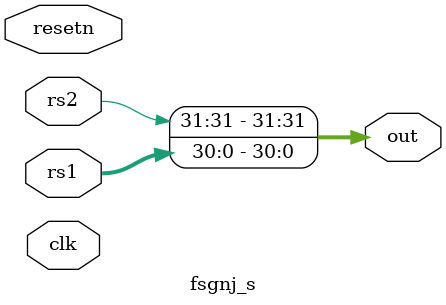
<source format=v>
module fsgnj_s(
    input clk,
    input resetn,
    input [31:0] rs1,
    input [31:0] rs2,
    output reg [31:0] out
);

always@(*)
    out = {rs2[31], rs1[30:0]};

// Dump waves
initial begin
    $dumpfile("dump.vcd");
    $dumpvars(1, fsgnj_s);
end
endmodule

</source>
